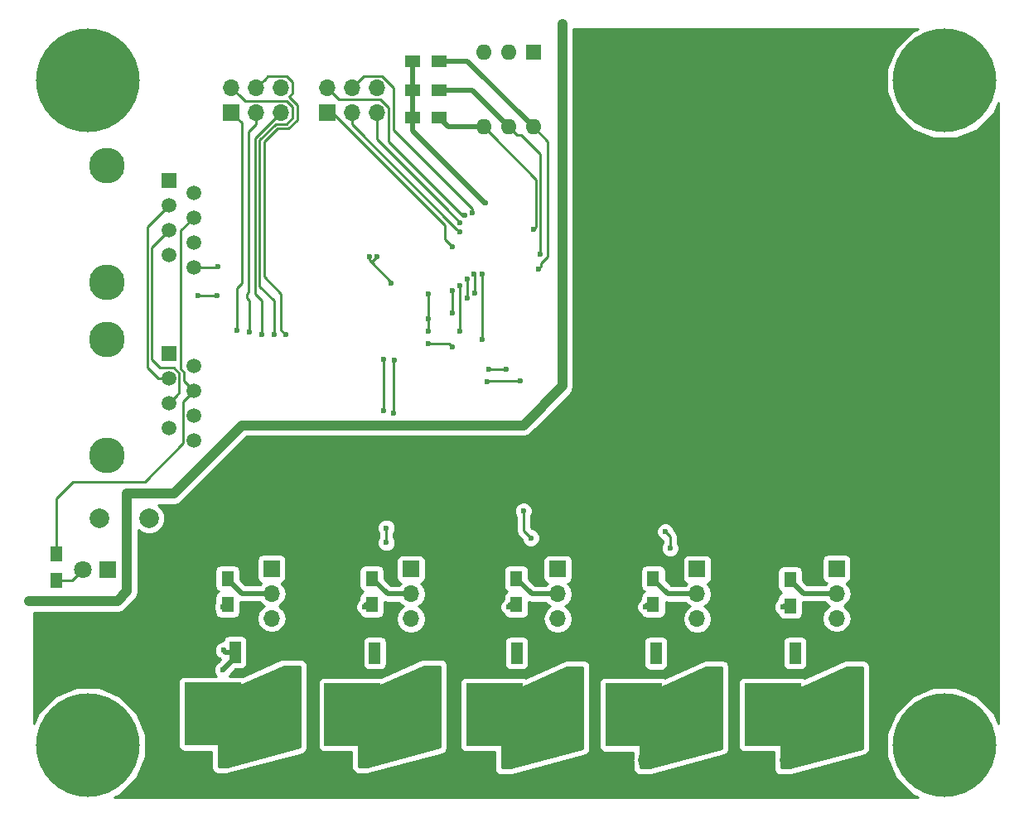
<source format=gtl>
G04 #@! TF.GenerationSoftware,KiCad,Pcbnew,(2017-11-24 revision a01d81e)-master*
G04 #@! TF.CreationDate,2017-12-03T16:31:32+01:00*
G04 #@! TF.ProjectId,PWRCTRLBRD,5057524354524C4252442E6B69636164,rev?*
G04 #@! TF.SameCoordinates,Original*
G04 #@! TF.FileFunction,Copper,L1,Top,Signal*
G04 #@! TF.FilePolarity,Positive*
%FSLAX46Y46*%
G04 Gerber Fmt 4.6, Leading zero omitted, Abs format (unit mm)*
G04 Created by KiCad (PCBNEW (2017-11-24 revision a01d81e)-master) date Sunday '03en' 03. December 2017 'kl'. 16.31.32*
%MOMM*%
%LPD*%
G01*
G04 APERTURE LIST*
%ADD10C,0.900000*%
%ADD11C,10.600000*%
%ADD12C,3.650000*%
%ADD13R,1.500000X1.500000*%
%ADD14C,1.500000*%
%ADD15C,2.000000*%
%ADD16R,1.200000X2.200000*%
%ADD17R,5.800000X6.400000*%
%ADD18R,2.750000X3.050000*%
%ADD19R,1.300000X1.500000*%
%ADD20R,1.500000X1.300000*%
%ADD21R,1.600000X1.600000*%
%ADD22O,1.600000X1.600000*%
%ADD23R,1.700000X1.700000*%
%ADD24O,1.700000X1.700000*%
%ADD25R,1.800000X1.800000*%
%ADD26C,1.800000*%
%ADD27R,1.000000X1.000000*%
%ADD28C,0.600000*%
%ADD29C,1.000000*%
%ADD30C,0.250000*%
%ADD31C,0.500000*%
%ADD32C,0.550000*%
%ADD33C,0.254000*%
G04 APERTURE END LIST*
D10*
X124834749Y-146881251D03*
X122024000Y-145717000D03*
X119213251Y-146881251D03*
X118049000Y-149692000D03*
X119213251Y-152502749D03*
X122024000Y-153667000D03*
X124834749Y-152502749D03*
X125999000Y-149692000D03*
D11*
X122024000Y-149692000D03*
X122024000Y-81692000D03*
D10*
X125999000Y-81692000D03*
X124834749Y-84502749D03*
X122024000Y-85667000D03*
X119213251Y-84502749D03*
X118049000Y-81692000D03*
X119213251Y-78881251D03*
X122024000Y-77717000D03*
X124834749Y-78881251D03*
X212434749Y-78881251D03*
X209624000Y-77717000D03*
X206813251Y-78881251D03*
X205649000Y-81692000D03*
X206813251Y-84502749D03*
X209624000Y-85667000D03*
X212434749Y-84502749D03*
X213599000Y-81692000D03*
D11*
X209624000Y-81692000D03*
D12*
X123974000Y-119992000D03*
X123974000Y-108122000D03*
D13*
X130324000Y-109612000D03*
D14*
X132864000Y-110882000D03*
X130324000Y-112152000D03*
X132864000Y-113422000D03*
X130324000Y-114692000D03*
X132864000Y-115962000D03*
X130324000Y-117232000D03*
X132864000Y-118502000D03*
D15*
X128324000Y-126442000D03*
X123244000Y-126442000D03*
X176824000Y-88272000D03*
X176824000Y-83192000D03*
X184324000Y-88272000D03*
X184324000Y-83192000D03*
X191824000Y-88272000D03*
X191824000Y-83192000D03*
X199324000Y-88272000D03*
X199324000Y-83192000D03*
X142074000Y-143442000D03*
X142074000Y-148522000D03*
D12*
X123974000Y-102282000D03*
X123974000Y-90412000D03*
D13*
X130324000Y-91902000D03*
D14*
X132864000Y-93172000D03*
X130324000Y-94442000D03*
X132864000Y-95712000D03*
X130324000Y-96982000D03*
X132864000Y-98252000D03*
X130324000Y-99522000D03*
X132864000Y-100792000D03*
D15*
X156824000Y-143362000D03*
X156824000Y-148442000D03*
X171324000Y-143362000D03*
X171324000Y-148442000D03*
X185574000Y-143362000D03*
X185574000Y-148442000D03*
X199824000Y-143362000D03*
X199824000Y-148442000D03*
D16*
X137104000Y-140142000D03*
X132544000Y-140142000D03*
D17*
X134824000Y-146442000D03*
D18*
X133299000Y-148117000D03*
X136349000Y-144767000D03*
X136349000Y-148117000D03*
X133299000Y-144767000D03*
D16*
X151379000Y-140217000D03*
X146819000Y-140217000D03*
D17*
X149099000Y-146517000D03*
D18*
X147574000Y-148192000D03*
X150624000Y-144842000D03*
X150624000Y-148192000D03*
X147574000Y-144842000D03*
D16*
X165879000Y-140217000D03*
X161319000Y-140217000D03*
D17*
X163599000Y-146517000D03*
D18*
X162074000Y-148192000D03*
X165124000Y-144842000D03*
X165124000Y-148192000D03*
X162074000Y-144842000D03*
D16*
X180104000Y-140242000D03*
X175544000Y-140242000D03*
D17*
X177824000Y-146542000D03*
D18*
X176299000Y-148217000D03*
X179349000Y-144867000D03*
X179349000Y-148217000D03*
X176299000Y-144867000D03*
D16*
X194329000Y-140217000D03*
X189769000Y-140217000D03*
D17*
X192049000Y-146517000D03*
D18*
X190524000Y-148192000D03*
X193574000Y-144842000D03*
X193574000Y-148192000D03*
X190524000Y-144842000D03*
D19*
X118824000Y-132792000D03*
X118824000Y-130092000D03*
D20*
X155224000Y-79692000D03*
X157924000Y-79692000D03*
X155224000Y-82692000D03*
X157924000Y-82692000D03*
X155224000Y-85442000D03*
X157924000Y-85442000D03*
D21*
X167614000Y-78822000D03*
D22*
X162534000Y-86442000D03*
X165074000Y-78822000D03*
X165074000Y-86442000D03*
X162534000Y-78822000D03*
X167614000Y-86442000D03*
D23*
X136744000Y-84942000D03*
D24*
X136744000Y-82402000D03*
X139284000Y-84942000D03*
X139284000Y-82402000D03*
X141824000Y-84942000D03*
X141824000Y-82402000D03*
D23*
X146494000Y-84942000D03*
D24*
X146494000Y-82402000D03*
X149034000Y-84942000D03*
X149034000Y-82402000D03*
X151574000Y-84942000D03*
X151574000Y-82402000D03*
D23*
X140824000Y-131612000D03*
D24*
X140824000Y-134152000D03*
X140824000Y-136692000D03*
D23*
X155074000Y-131652000D03*
D24*
X155074000Y-134192000D03*
X155074000Y-136732000D03*
D23*
X170074000Y-131652000D03*
D24*
X170074000Y-134192000D03*
X170074000Y-136732000D03*
D23*
X184324000Y-131652000D03*
D24*
X184324000Y-134192000D03*
X184324000Y-136732000D03*
D23*
X198574000Y-131612000D03*
D24*
X198574000Y-134152000D03*
X198574000Y-136692000D03*
D19*
X136324000Y-135292000D03*
X136324000Y-132592000D03*
X151074000Y-135292000D03*
X151074000Y-132592000D03*
X165824000Y-135292000D03*
X165824000Y-132592000D03*
X179824000Y-135292000D03*
X179824000Y-132592000D03*
X193824000Y-135392000D03*
X193824000Y-132692000D03*
D25*
X124114000Y-131692000D03*
D26*
X121574000Y-131692000D03*
D27*
X133374000Y-151192000D03*
X135874000Y-151192000D03*
X147874000Y-151192000D03*
X150374000Y-151192000D03*
X162324000Y-151192000D03*
X164824000Y-151192000D03*
X176374000Y-151192000D03*
X178874000Y-151192000D03*
X190824000Y-151192000D03*
X193324000Y-151192000D03*
D11*
X209624000Y-149692000D03*
D10*
X213599000Y-149692000D03*
X212434749Y-152502749D03*
X209624000Y-153667000D03*
X206813251Y-152502749D03*
X205649000Y-149692000D03*
X206813251Y-146881251D03*
X209624000Y-145717000D03*
X212434749Y-146881251D03*
D28*
X156874000Y-103517000D03*
X156874000Y-106057000D03*
X156874000Y-107327000D03*
X156874000Y-108597000D03*
X159324000Y-108942000D03*
X162824000Y-112442000D03*
X166274000Y-112407000D03*
X151574000Y-99692000D03*
X150824000Y-99692000D03*
X153074000Y-102442000D03*
X135324000Y-100692000D03*
X161319000Y-140217000D03*
X189769000Y-140217000D03*
X175544000Y-140242000D03*
X146819000Y-140217000D03*
X132544000Y-140142000D03*
X162724000Y-94192000D03*
X135824000Y-141942000D03*
X135924000Y-139942000D03*
X151379000Y-140217000D03*
X165879000Y-140217000D03*
X180104000Y-140242000D03*
X194329000Y-140217000D03*
X159324000Y-98692000D03*
X152324008Y-110192000D03*
X152324000Y-115442000D03*
X159324000Y-105442000D03*
X159324000Y-103192000D03*
X153370042Y-110271599D03*
X153324000Y-115692000D03*
X160049000Y-107327000D03*
X160074000Y-102692000D03*
X160074000Y-97192000D03*
X152574000Y-128942000D03*
X152574000Y-127442000D03*
X160824000Y-101942000D03*
X160074000Y-96192000D03*
X166574000Y-125692024D03*
X167324010Y-128442000D03*
X160824000Y-103942000D03*
X161523994Y-101445147D03*
X160565042Y-95444986D03*
X161574000Y-103442000D03*
X181563741Y-129517029D03*
X181075104Y-127817010D03*
X163074000Y-111192000D03*
X164824000Y-111192000D03*
X162324000Y-108192000D03*
X162324000Y-101442000D03*
X161324000Y-95192000D03*
X133324004Y-103692000D03*
X135274022Y-103692000D03*
X168074000Y-100942000D03*
X168324000Y-99442000D03*
X167574000Y-96942000D03*
X135824000Y-135492000D03*
X150324000Y-135492000D03*
X165074000Y-135492000D03*
X179074000Y-135492000D03*
X193074000Y-135492000D03*
X137324000Y-107192000D03*
X141074000Y-107692000D03*
X138574000Y-107442000D03*
X142324000Y-107692000D03*
X139824000Y-107692000D03*
D29*
X170574000Y-75942000D02*
X170574000Y-112942000D01*
X170574000Y-112942000D02*
X166574000Y-116942000D01*
X166574000Y-116942000D02*
X137824000Y-116942000D01*
X137824000Y-116942000D02*
X130824000Y-123942000D01*
X130824000Y-123942000D02*
X126078001Y-123942000D01*
X126078001Y-123942000D02*
X126078001Y-133937999D01*
X126078001Y-133937999D02*
X125074000Y-134942000D01*
X125074000Y-134942000D02*
X116074000Y-134942000D01*
D30*
X156874000Y-103517000D02*
X156874000Y-104067000D01*
X156874000Y-104067000D02*
X156874000Y-106057000D01*
X156874000Y-107327000D02*
X156874000Y-106057000D01*
X159324000Y-108942000D02*
X158979000Y-108597000D01*
X158979000Y-108597000D02*
X156874000Y-108597000D01*
X166274000Y-112407000D02*
X162859000Y-112407000D01*
X162859000Y-112407000D02*
X162824000Y-112442000D01*
X151074000Y-100317000D02*
X150824000Y-100067000D01*
X153074000Y-102317000D02*
X151074000Y-100317000D01*
X151074000Y-100317000D02*
X151074000Y-100192000D01*
X151074000Y-100192000D02*
X151574000Y-99692000D01*
X153074000Y-102442000D02*
X153074000Y-102317000D01*
X150824000Y-100067000D02*
X150824000Y-99692000D01*
X132864000Y-100792000D02*
X135224000Y-100792000D01*
X135224000Y-100792000D02*
X135324000Y-100692000D01*
D31*
X155224000Y-79692000D02*
X155224000Y-82692000D01*
X155224000Y-82692000D02*
X155224000Y-85442000D01*
X162724000Y-94192000D02*
X162624000Y-94192000D01*
X162624000Y-94192000D02*
X155224000Y-86792000D01*
X155224000Y-86792000D02*
X155224000Y-86592000D01*
X155224000Y-86592000D02*
X155224000Y-85442000D01*
D30*
X137104000Y-140142000D02*
X137104000Y-140662000D01*
D31*
X137104000Y-140662000D02*
X135824000Y-141942000D01*
X137104000Y-140142000D02*
X136124000Y-140142000D01*
D32*
X136124000Y-140142000D02*
X135924000Y-139942000D01*
D30*
X118824000Y-132792000D02*
X120474000Y-132792000D01*
X120474000Y-132792000D02*
X121574000Y-131692000D01*
X158589543Y-97957543D02*
X158589543Y-96457543D01*
X158589543Y-96457543D02*
X147074000Y-84942000D01*
X159324000Y-98692000D02*
X158589543Y-97957543D01*
X147074000Y-84942000D02*
X146494000Y-84942000D01*
X152324000Y-110192008D02*
X152324008Y-110192000D01*
X152324000Y-115442000D02*
X152324000Y-110192008D01*
X159324000Y-103192000D02*
X159324000Y-105442000D01*
X149034000Y-84942000D02*
X149034000Y-86152000D01*
X159774001Y-96892001D02*
X160074000Y-97192000D01*
X149034000Y-86152000D02*
X159774001Y-96892001D01*
X153324000Y-110317641D02*
X153370042Y-110271599D01*
X153324000Y-115692000D02*
X153324000Y-110317641D01*
X160049000Y-102717000D02*
X160074000Y-102692000D01*
X160049000Y-107327000D02*
X160049000Y-102717000D01*
X152574000Y-127442000D02*
X152574000Y-128942000D01*
X158624013Y-94742013D02*
X151574000Y-87692000D01*
X158624013Y-94742013D02*
X158574000Y-94742013D01*
X160074000Y-96192000D02*
X158624013Y-94742013D01*
X151574000Y-87692000D02*
X151574000Y-86144081D01*
X151574000Y-86144081D02*
X151574000Y-84942000D01*
X166574000Y-126116288D02*
X166574000Y-125692024D01*
X167324010Y-128442000D02*
X166574000Y-127691990D01*
X166574000Y-127691990D02*
X166574000Y-126116288D01*
X167324000Y-128442000D02*
X167324010Y-128442000D01*
X160824000Y-101942000D02*
X160824000Y-103942000D01*
X160565042Y-95444986D02*
X160326986Y-95444986D01*
X160326986Y-95444986D02*
X152824000Y-87942000D01*
X152824000Y-87942000D02*
X152824000Y-84452998D01*
X147669001Y-83577001D02*
X147343999Y-83251999D01*
X152824000Y-84452998D02*
X152138001Y-83766999D01*
X152138001Y-83756001D02*
X151959001Y-83577001D01*
X152138001Y-83766999D02*
X152138001Y-83756001D01*
X151959001Y-83577001D02*
X147669001Y-83577001D01*
X147343999Y-83251999D02*
X146494000Y-82402000D01*
X161574000Y-101495153D02*
X161523994Y-101445147D01*
X161574000Y-103442000D02*
X161574000Y-101495153D01*
X181563741Y-129092765D02*
X181563741Y-129517029D01*
X181075104Y-127817010D02*
X181563741Y-128305647D01*
X181563741Y-128305647D02*
X181563741Y-129092765D01*
X149034000Y-82402000D02*
X150209001Y-81226999D01*
X150209001Y-81226999D02*
X152138001Y-81226999D01*
X153324000Y-82412998D02*
X153324000Y-86767736D01*
X152138001Y-81226999D02*
X153324000Y-82412998D01*
X153324000Y-86767736D02*
X161324000Y-94767736D01*
X161324000Y-94767736D02*
X161324000Y-95192000D01*
X164824000Y-111192000D02*
X163074000Y-111192000D01*
X162324000Y-101442000D02*
X162324000Y-108192000D01*
X135274022Y-103692000D02*
X133324004Y-103692000D01*
X132864000Y-113422000D02*
X131788999Y-114497001D01*
X131788999Y-114497001D02*
X131788999Y-118777001D01*
X131788999Y-118777001D02*
X127874000Y-122692000D01*
X127874000Y-122692000D02*
X120574000Y-122692000D01*
X120574000Y-122692000D02*
X118824000Y-124442000D01*
X118824000Y-124442000D02*
X118824000Y-130092000D01*
X132864000Y-95712000D02*
X131574000Y-97002000D01*
X131574000Y-97002000D02*
X131574000Y-111174587D01*
X131574000Y-111174587D02*
X131849012Y-111449599D01*
X131849012Y-111449599D02*
X131849012Y-112407012D01*
X131849012Y-112407012D02*
X132114001Y-112672001D01*
X132114001Y-112672001D02*
X132864000Y-113422000D01*
X128574000Y-110192000D02*
X129458999Y-111076999D01*
X130840001Y-111076999D02*
X131399001Y-111635999D01*
X130324000Y-96982000D02*
X128574000Y-98732000D01*
X129458999Y-111076999D02*
X130840001Y-111076999D01*
X128574000Y-98732000D02*
X128574000Y-110192000D01*
X131399001Y-111635999D02*
X131399001Y-113616999D01*
X131399001Y-113616999D02*
X131073999Y-113942001D01*
X131073999Y-113942001D02*
X130324000Y-114692000D01*
X169074000Y-99692000D02*
X169074000Y-87902000D01*
X169074000Y-87902000D02*
X167614000Y-86442000D01*
X168373999Y-100392001D02*
X169074000Y-99692000D01*
X168074000Y-100942000D02*
X168373999Y-100642001D01*
X168373999Y-100642001D02*
X168373999Y-100392001D01*
D31*
X157924000Y-79692000D02*
X160864000Y-79692000D01*
X160864000Y-79692000D02*
X167614000Y-86442000D01*
D30*
X166373999Y-87241999D02*
X168324000Y-89192000D01*
X168324000Y-89192000D02*
X168324000Y-99442000D01*
X165074000Y-86442000D02*
X165873999Y-87241999D01*
X165873999Y-87241999D02*
X166373999Y-87241999D01*
D31*
X165074000Y-86442000D02*
X161324000Y-82692000D01*
X161324000Y-82692000D02*
X157924000Y-82692000D01*
D30*
X167574000Y-96942000D02*
X167873999Y-96642001D01*
X167873999Y-96642001D02*
X167873999Y-91781999D01*
X167873999Y-91781999D02*
X163333999Y-87241999D01*
X163333999Y-87241999D02*
X162534000Y-86442000D01*
D31*
X162534000Y-86442000D02*
X158924000Y-86442000D01*
X158924000Y-86442000D02*
X157924000Y-85442000D01*
D30*
X129263340Y-112152000D02*
X130324000Y-112152000D01*
X128123989Y-111012649D02*
X129263340Y-112152000D01*
X128123989Y-96642011D02*
X128123989Y-111012649D01*
X130324000Y-94442000D02*
X128123989Y-96642011D01*
D31*
X136324000Y-135292000D02*
X136024000Y-135292000D01*
X136024000Y-135292000D02*
X135824000Y-135492000D01*
X151074000Y-135292000D02*
X150524000Y-135292000D01*
X150524000Y-135292000D02*
X150324000Y-135492000D01*
X165824000Y-135292000D02*
X165274000Y-135292000D01*
X165274000Y-135292000D02*
X165074000Y-135492000D01*
X179824000Y-135292000D02*
X179274000Y-135292000D01*
X179274000Y-135292000D02*
X179074000Y-135492000D01*
X193824000Y-135392000D02*
X193174000Y-135392000D01*
X193174000Y-135392000D02*
X193074000Y-135492000D01*
D30*
X137324000Y-107192000D02*
X137324000Y-102942000D01*
X137324000Y-102942000D02*
X137824000Y-102442000D01*
X137824000Y-102442000D02*
X137824000Y-86022000D01*
X137824000Y-86022000D02*
X136744000Y-84942000D01*
X137593999Y-83251999D02*
X136744000Y-82402000D01*
X142388001Y-83766999D02*
X138108999Y-83766999D01*
X142999001Y-85506001D02*
X142999001Y-84377999D01*
X142388001Y-86117001D02*
X142999001Y-85506001D01*
X139623989Y-102741989D02*
X139623989Y-87778421D01*
X141285409Y-86117001D02*
X142388001Y-86117001D01*
X138108999Y-83766999D02*
X137593999Y-83251999D01*
X139623989Y-87778421D02*
X141285409Y-86117001D01*
X141074000Y-104192000D02*
X139623989Y-102741989D01*
X141074000Y-107692000D02*
X141074000Y-104192000D01*
X142999001Y-84377999D02*
X142388001Y-83766999D01*
X139284000Y-84942000D02*
X139284000Y-86144081D01*
X139284000Y-86144081D02*
X138524011Y-86904070D01*
X138524011Y-86904070D02*
X138524011Y-103317725D01*
X138324000Y-103517736D02*
X138324000Y-103942000D01*
X138524011Y-103317725D02*
X138324000Y-103517736D01*
X138574000Y-107442000D02*
X138574000Y-104192000D01*
X138574000Y-104192000D02*
X138324000Y-103942000D01*
X143449012Y-85692401D02*
X143449012Y-84191599D01*
X142324000Y-107692000D02*
X141824000Y-107192000D01*
X142611208Y-83353794D02*
X142999001Y-82966001D01*
X141824000Y-103517736D02*
X140074000Y-101767736D01*
X141471808Y-86567012D02*
X142574401Y-86567012D01*
X140074000Y-87964820D02*
X141471808Y-86567012D01*
X140074000Y-101767736D02*
X140074000Y-87964820D01*
X142574401Y-86567012D02*
X143449012Y-85692401D01*
X142999001Y-81837999D02*
X142388001Y-81226999D01*
X141824000Y-107192000D02*
X141824000Y-103517736D01*
X143449012Y-84191599D02*
X142611208Y-83353794D01*
X140133999Y-81552001D02*
X139284000Y-82402000D01*
X142999001Y-82966001D02*
X142999001Y-81837999D01*
X142388001Y-81226999D02*
X140459001Y-81226999D01*
X140459001Y-81226999D02*
X140133999Y-81552001D01*
X139824000Y-107692000D02*
X139824000Y-104192000D01*
X139824000Y-104192000D02*
X139173978Y-103541978D01*
X139173978Y-103541978D02*
X139173978Y-87592022D01*
X139173978Y-87592022D02*
X141824000Y-84942000D01*
D31*
X140824000Y-134152000D02*
X137784000Y-134152000D01*
X137784000Y-134152000D02*
X136324000Y-132692000D01*
X136324000Y-132692000D02*
X136324000Y-132592000D01*
X155074000Y-134192000D02*
X152674000Y-134192000D01*
X152674000Y-134192000D02*
X151074000Y-132592000D01*
X170074000Y-134192000D02*
X167424000Y-134192000D01*
X167424000Y-134192000D02*
X165824000Y-132592000D01*
X184324000Y-134192000D02*
X181324000Y-134192000D01*
X181324000Y-134192000D02*
X179824000Y-132692000D01*
X179824000Y-132692000D02*
X179824000Y-132592000D01*
X198574000Y-134152000D02*
X195184000Y-134152000D01*
X195184000Y-134152000D02*
X193824000Y-132792000D01*
X193824000Y-132792000D02*
X193824000Y-132692000D01*
D29*
X135824000Y-151192000D02*
X135824000Y-148642000D01*
X135824000Y-148642000D02*
X136349000Y-148117000D01*
X165124000Y-150842000D02*
X164774000Y-151192000D01*
X165124000Y-148192000D02*
X165124000Y-150842000D01*
X179349000Y-150667000D02*
X178824000Y-151192000D01*
X179349000Y-148217000D02*
X179349000Y-150667000D01*
X193574000Y-150892000D02*
X193274000Y-151192000D01*
X193574000Y-148192000D02*
X193574000Y-150892000D01*
D33*
G36*
X206266484Y-76657618D02*
X204595485Y-78325703D01*
X203690032Y-80506276D01*
X203687972Y-82867365D01*
X204589618Y-85049516D01*
X206257703Y-86720515D01*
X208438276Y-87625968D01*
X210799365Y-87628028D01*
X212981516Y-86726382D01*
X214652515Y-85058297D01*
X215114000Y-83946918D01*
X215114000Y-147437164D01*
X214658382Y-146334484D01*
X212990297Y-144663485D01*
X210809724Y-143758032D01*
X208448635Y-143755972D01*
X206266484Y-144657618D01*
X204595485Y-146325703D01*
X203690032Y-148506276D01*
X203687972Y-150867365D01*
X204589618Y-153049516D01*
X206257703Y-154720515D01*
X206887429Y-154982000D01*
X124762873Y-154982000D01*
X125381516Y-154726382D01*
X127052515Y-153058297D01*
X127957968Y-150877724D01*
X127960028Y-148516635D01*
X127058382Y-146334484D01*
X125390297Y-144663485D01*
X123209724Y-143758032D01*
X120848635Y-143755972D01*
X118666484Y-144657618D01*
X116995485Y-146325703D01*
X116534000Y-147437082D01*
X116534000Y-143242000D01*
X131276560Y-143242000D01*
X131276560Y-149642000D01*
X131325843Y-149889765D01*
X131466191Y-150099809D01*
X131676235Y-150240157D01*
X131924000Y-150289440D01*
X134689000Y-150289440D01*
X134689000Y-151942000D01*
X134737336Y-152185004D01*
X134874987Y-152391013D01*
X135080996Y-152528664D01*
X135324000Y-152577000D01*
X136324000Y-152577000D01*
X136487616Y-152555559D01*
X143987616Y-150555559D01*
X144273013Y-150391013D01*
X144410664Y-150185004D01*
X144459000Y-149942000D01*
X144459000Y-143317000D01*
X145551560Y-143317000D01*
X145551560Y-149717000D01*
X145600843Y-149964765D01*
X145741191Y-150174809D01*
X145951235Y-150315157D01*
X146199000Y-150364440D01*
X149010802Y-150364440D01*
X149010802Y-151942000D01*
X149059138Y-152185004D01*
X149196789Y-152391013D01*
X149402798Y-152528664D01*
X149645802Y-152577000D01*
X150645802Y-152577000D01*
X150809418Y-152555559D01*
X158309418Y-150555559D01*
X158594815Y-150391013D01*
X158732466Y-150185004D01*
X158780802Y-149942000D01*
X158780802Y-143317000D01*
X160051560Y-143317000D01*
X160051560Y-149717000D01*
X160100843Y-149964765D01*
X160241191Y-150174809D01*
X160451235Y-150315157D01*
X160699000Y-150364440D01*
X163608841Y-150364440D01*
X163608841Y-152080043D01*
X163657177Y-152323047D01*
X163794828Y-152529056D01*
X164000837Y-152666707D01*
X164243841Y-152715043D01*
X165243841Y-152715043D01*
X165407457Y-152693602D01*
X172907457Y-150693602D01*
X173192854Y-150529056D01*
X173330505Y-150323047D01*
X173378841Y-150080043D01*
X173378841Y-143342000D01*
X174276560Y-143342000D01*
X174276560Y-149742000D01*
X174325843Y-149989765D01*
X174466191Y-150199809D01*
X174676235Y-150340157D01*
X174924000Y-150389440D01*
X177800670Y-150389440D01*
X177800670Y-150407079D01*
X177775843Y-150444235D01*
X177726560Y-150692000D01*
X177726560Y-151003174D01*
X177689000Y-151192000D01*
X177726560Y-151380826D01*
X177726560Y-151692000D01*
X177775843Y-151939765D01*
X177800670Y-151976921D01*
X177800670Y-152080043D01*
X177849006Y-152323047D01*
X177986657Y-152529056D01*
X178192666Y-152666707D01*
X178435670Y-152715043D01*
X179435670Y-152715043D01*
X179599286Y-152693602D01*
X187099286Y-150693602D01*
X187384683Y-150529056D01*
X187522334Y-150323047D01*
X187570670Y-150080043D01*
X187570670Y-143317000D01*
X188501560Y-143317000D01*
X188501560Y-149717000D01*
X188550843Y-149964765D01*
X188691191Y-150174809D01*
X188901235Y-150315157D01*
X189149000Y-150364440D01*
X192178707Y-150364440D01*
X192178707Y-150681206D01*
X192176560Y-150692000D01*
X192176560Y-151003174D01*
X192139000Y-151192000D01*
X192176560Y-151380826D01*
X192176560Y-151692000D01*
X192178707Y-151702794D01*
X192178707Y-152078079D01*
X192227043Y-152321083D01*
X192364694Y-152527092D01*
X192570703Y-152664743D01*
X192813707Y-152713079D01*
X193813707Y-152713079D01*
X193977323Y-152691638D01*
X201477323Y-150691638D01*
X201762720Y-150527092D01*
X201900371Y-150321083D01*
X201948707Y-150078079D01*
X201948707Y-141578079D01*
X201900371Y-141335075D01*
X201762720Y-141129066D01*
X201556711Y-140991415D01*
X201313707Y-140943079D01*
X199563707Y-140943079D01*
X199305809Y-140997809D01*
X195291323Y-142782025D01*
X195196765Y-142718843D01*
X194949000Y-142669560D01*
X189149000Y-142669560D01*
X188901235Y-142718843D01*
X188691191Y-142859191D01*
X188550843Y-143069235D01*
X188501560Y-143317000D01*
X187570670Y-143317000D01*
X187570670Y-141580043D01*
X187522334Y-141337039D01*
X187384683Y-141131030D01*
X187178674Y-140993379D01*
X186935670Y-140945043D01*
X185185670Y-140945043D01*
X184927772Y-140999773D01*
X180984488Y-142752344D01*
X180971765Y-142743843D01*
X180724000Y-142694560D01*
X174924000Y-142694560D01*
X174676235Y-142743843D01*
X174466191Y-142884191D01*
X174325843Y-143094235D01*
X174276560Y-143342000D01*
X173378841Y-143342000D01*
X173378841Y-141580043D01*
X173330505Y-141337039D01*
X173192854Y-141131030D01*
X172986845Y-140993379D01*
X172743841Y-140945043D01*
X170993841Y-140945043D01*
X170735943Y-140999773D01*
X166795207Y-142751211D01*
X166746765Y-142718843D01*
X166499000Y-142669560D01*
X160699000Y-142669560D01*
X160451235Y-142718843D01*
X160241191Y-142859191D01*
X160100843Y-143069235D01*
X160051560Y-143317000D01*
X158780802Y-143317000D01*
X158780802Y-141442000D01*
X158732466Y-141198996D01*
X158594815Y-140992987D01*
X158388806Y-140855336D01*
X158145802Y-140807000D01*
X156395802Y-140807000D01*
X156137904Y-140861730D01*
X152048247Y-142679356D01*
X151999000Y-142669560D01*
X146199000Y-142669560D01*
X145951235Y-142718843D01*
X145741191Y-142859191D01*
X145600843Y-143069235D01*
X145551560Y-143317000D01*
X144459000Y-143317000D01*
X144459000Y-141442000D01*
X144410664Y-141198996D01*
X144273013Y-140992987D01*
X144067004Y-140855336D01*
X143824000Y-140807000D01*
X142074000Y-140807000D01*
X141816102Y-140861730D01*
X137857491Y-142621113D01*
X137724000Y-142594560D01*
X136493746Y-142594560D01*
X136616192Y-142472327D01*
X136666566Y-142351014D01*
X137128139Y-141889440D01*
X137704000Y-141889440D01*
X137951765Y-141840157D01*
X138161809Y-141699809D01*
X138302157Y-141489765D01*
X138351440Y-141242000D01*
X138351440Y-139117000D01*
X150131560Y-139117000D01*
X150131560Y-141317000D01*
X150180843Y-141564765D01*
X150321191Y-141774809D01*
X150531235Y-141915157D01*
X150779000Y-141964440D01*
X151979000Y-141964440D01*
X152226765Y-141915157D01*
X152436809Y-141774809D01*
X152577157Y-141564765D01*
X152626440Y-141317000D01*
X152626440Y-139117000D01*
X164631560Y-139117000D01*
X164631560Y-141317000D01*
X164680843Y-141564765D01*
X164821191Y-141774809D01*
X165031235Y-141915157D01*
X165279000Y-141964440D01*
X166479000Y-141964440D01*
X166726765Y-141915157D01*
X166936809Y-141774809D01*
X167077157Y-141564765D01*
X167126440Y-141317000D01*
X167126440Y-139142000D01*
X178856560Y-139142000D01*
X178856560Y-141342000D01*
X178905843Y-141589765D01*
X179046191Y-141799809D01*
X179256235Y-141940157D01*
X179504000Y-141989440D01*
X180704000Y-141989440D01*
X180951765Y-141940157D01*
X181161809Y-141799809D01*
X181302157Y-141589765D01*
X181351440Y-141342000D01*
X181351440Y-139142000D01*
X181346468Y-139117000D01*
X193081560Y-139117000D01*
X193081560Y-141317000D01*
X193130843Y-141564765D01*
X193271191Y-141774809D01*
X193481235Y-141915157D01*
X193729000Y-141964440D01*
X194929000Y-141964440D01*
X195176765Y-141915157D01*
X195386809Y-141774809D01*
X195527157Y-141564765D01*
X195576440Y-141317000D01*
X195576440Y-139117000D01*
X195527157Y-138869235D01*
X195386809Y-138659191D01*
X195176765Y-138518843D01*
X194929000Y-138469560D01*
X193729000Y-138469560D01*
X193481235Y-138518843D01*
X193271191Y-138659191D01*
X193130843Y-138869235D01*
X193081560Y-139117000D01*
X181346468Y-139117000D01*
X181302157Y-138894235D01*
X181161809Y-138684191D01*
X180951765Y-138543843D01*
X180704000Y-138494560D01*
X179504000Y-138494560D01*
X179256235Y-138543843D01*
X179046191Y-138684191D01*
X178905843Y-138894235D01*
X178856560Y-139142000D01*
X167126440Y-139142000D01*
X167126440Y-139117000D01*
X167077157Y-138869235D01*
X166936809Y-138659191D01*
X166726765Y-138518843D01*
X166479000Y-138469560D01*
X165279000Y-138469560D01*
X165031235Y-138518843D01*
X164821191Y-138659191D01*
X164680843Y-138869235D01*
X164631560Y-139117000D01*
X152626440Y-139117000D01*
X152577157Y-138869235D01*
X152436809Y-138659191D01*
X152226765Y-138518843D01*
X151979000Y-138469560D01*
X150779000Y-138469560D01*
X150531235Y-138518843D01*
X150321191Y-138659191D01*
X150180843Y-138869235D01*
X150131560Y-139117000D01*
X138351440Y-139117000D01*
X138351440Y-139042000D01*
X138302157Y-138794235D01*
X138161809Y-138584191D01*
X137951765Y-138443843D01*
X137704000Y-138394560D01*
X136504000Y-138394560D01*
X136256235Y-138443843D01*
X136046191Y-138584191D01*
X135905843Y-138794235D01*
X135863532Y-139006947D01*
X135738833Y-139006838D01*
X135395057Y-139148883D01*
X135131808Y-139411673D01*
X134989162Y-139755201D01*
X134988838Y-140127167D01*
X135130883Y-140470943D01*
X135393673Y-140734192D01*
X135454527Y-140759461D01*
X135480533Y-140785467D01*
X135629450Y-140884970D01*
X135415164Y-141099256D01*
X135295057Y-141148883D01*
X135031808Y-141411673D01*
X134889162Y-141755201D01*
X134888838Y-142127167D01*
X135030883Y-142470943D01*
X135154284Y-142594560D01*
X131924000Y-142594560D01*
X131676235Y-142643843D01*
X131466191Y-142784191D01*
X131325843Y-142994235D01*
X131276560Y-143242000D01*
X116534000Y-143242000D01*
X116534000Y-136077000D01*
X125074000Y-136077000D01*
X125508346Y-135990603D01*
X125876566Y-135744566D01*
X125943965Y-135677167D01*
X134888838Y-135677167D01*
X135026560Y-136010481D01*
X135026560Y-136042000D01*
X135075843Y-136289765D01*
X135216191Y-136499809D01*
X135426235Y-136640157D01*
X135674000Y-136689440D01*
X136974000Y-136689440D01*
X137221765Y-136640157D01*
X137431809Y-136499809D01*
X137572157Y-136289765D01*
X137621440Y-136042000D01*
X137621440Y-135004665D01*
X137784000Y-135037001D01*
X137784005Y-135037000D01*
X139634568Y-135037000D01*
X139744853Y-135202054D01*
X140074026Y-135422000D01*
X139744853Y-135641946D01*
X139422946Y-136123715D01*
X139309907Y-136692000D01*
X139422946Y-137260285D01*
X139744853Y-137742054D01*
X140226622Y-138063961D01*
X140794907Y-138177000D01*
X140853093Y-138177000D01*
X141421378Y-138063961D01*
X141903147Y-137742054D01*
X142225054Y-137260285D01*
X142338093Y-136692000D01*
X142225054Y-136123715D01*
X141926681Y-135677167D01*
X149388838Y-135677167D01*
X149530883Y-136020943D01*
X149793673Y-136284192D01*
X149833042Y-136300540D01*
X149966191Y-136499809D01*
X150176235Y-136640157D01*
X150424000Y-136689440D01*
X151724000Y-136689440D01*
X151971765Y-136640157D01*
X152181809Y-136499809D01*
X152322157Y-136289765D01*
X152371440Y-136042000D01*
X152371440Y-135016817D01*
X152391516Y-135020810D01*
X152674000Y-135077001D01*
X152674005Y-135077000D01*
X153884568Y-135077000D01*
X153994853Y-135242054D01*
X154324026Y-135462000D01*
X153994853Y-135681946D01*
X153672946Y-136163715D01*
X153559907Y-136732000D01*
X153672946Y-137300285D01*
X153994853Y-137782054D01*
X154476622Y-138103961D01*
X155044907Y-138217000D01*
X155103093Y-138217000D01*
X155671378Y-138103961D01*
X156153147Y-137782054D01*
X156475054Y-137300285D01*
X156588093Y-136732000D01*
X156475054Y-136163715D01*
X156153147Y-135681946D01*
X156145995Y-135677167D01*
X164138838Y-135677167D01*
X164280883Y-136020943D01*
X164543673Y-136284192D01*
X164583042Y-136300540D01*
X164716191Y-136499809D01*
X164926235Y-136640157D01*
X165174000Y-136689440D01*
X166474000Y-136689440D01*
X166721765Y-136640157D01*
X166931809Y-136499809D01*
X167072157Y-136289765D01*
X167121440Y-136042000D01*
X167121440Y-135016817D01*
X167141516Y-135020810D01*
X167424000Y-135077001D01*
X167424005Y-135077000D01*
X168884568Y-135077000D01*
X168994853Y-135242054D01*
X169324026Y-135462000D01*
X168994853Y-135681946D01*
X168672946Y-136163715D01*
X168559907Y-136732000D01*
X168672946Y-137300285D01*
X168994853Y-137782054D01*
X169476622Y-138103961D01*
X170044907Y-138217000D01*
X170103093Y-138217000D01*
X170671378Y-138103961D01*
X171153147Y-137782054D01*
X171475054Y-137300285D01*
X171588093Y-136732000D01*
X171475054Y-136163715D01*
X171153147Y-135681946D01*
X171145995Y-135677167D01*
X178138838Y-135677167D01*
X178280883Y-136020943D01*
X178543673Y-136284192D01*
X178583042Y-136300540D01*
X178716191Y-136499809D01*
X178926235Y-136640157D01*
X179174000Y-136689440D01*
X180474000Y-136689440D01*
X180721765Y-136640157D01*
X180931809Y-136499809D01*
X181072157Y-136289765D01*
X181121440Y-136042000D01*
X181121440Y-135036708D01*
X181324000Y-135077000D01*
X183134568Y-135077000D01*
X183244853Y-135242054D01*
X183574026Y-135462000D01*
X183244853Y-135681946D01*
X182922946Y-136163715D01*
X182809907Y-136732000D01*
X182922946Y-137300285D01*
X183244853Y-137782054D01*
X183726622Y-138103961D01*
X184294907Y-138217000D01*
X184353093Y-138217000D01*
X184921378Y-138103961D01*
X185403147Y-137782054D01*
X185725054Y-137300285D01*
X185838093Y-136732000D01*
X185725054Y-136163715D01*
X185403147Y-135681946D01*
X185395995Y-135677167D01*
X192138838Y-135677167D01*
X192280883Y-136020943D01*
X192543673Y-136284192D01*
X192555849Y-136289248D01*
X192575843Y-136389765D01*
X192716191Y-136599809D01*
X192926235Y-136740157D01*
X193174000Y-136789440D01*
X194474000Y-136789440D01*
X194721765Y-136740157D01*
X194931809Y-136599809D01*
X195072157Y-136389765D01*
X195121440Y-136142000D01*
X195121440Y-135024556D01*
X195184000Y-135037000D01*
X197384568Y-135037000D01*
X197494853Y-135202054D01*
X197824026Y-135422000D01*
X197494853Y-135641946D01*
X197172946Y-136123715D01*
X197059907Y-136692000D01*
X197172946Y-137260285D01*
X197494853Y-137742054D01*
X197976622Y-138063961D01*
X198544907Y-138177000D01*
X198603093Y-138177000D01*
X199171378Y-138063961D01*
X199653147Y-137742054D01*
X199975054Y-137260285D01*
X200088093Y-136692000D01*
X199975054Y-136123715D01*
X199653147Y-135641946D01*
X199323974Y-135422000D01*
X199653147Y-135202054D01*
X199975054Y-134720285D01*
X200088093Y-134152000D01*
X199975054Y-133583715D01*
X199653147Y-133101946D01*
X199609223Y-133072597D01*
X199671765Y-133060157D01*
X199881809Y-132919809D01*
X200022157Y-132709765D01*
X200071440Y-132462000D01*
X200071440Y-130762000D01*
X200022157Y-130514235D01*
X199881809Y-130304191D01*
X199671765Y-130163843D01*
X199424000Y-130114560D01*
X197724000Y-130114560D01*
X197476235Y-130163843D01*
X197266191Y-130304191D01*
X197125843Y-130514235D01*
X197076560Y-130762000D01*
X197076560Y-132462000D01*
X197125843Y-132709765D01*
X197266191Y-132919809D01*
X197476235Y-133060157D01*
X197538777Y-133072597D01*
X197494853Y-133101946D01*
X197384568Y-133267000D01*
X195550579Y-133267000D01*
X195121440Y-132837860D01*
X195121440Y-131942000D01*
X195072157Y-131694235D01*
X194931809Y-131484191D01*
X194721765Y-131343843D01*
X194474000Y-131294560D01*
X193174000Y-131294560D01*
X192926235Y-131343843D01*
X192716191Y-131484191D01*
X192575843Y-131694235D01*
X192526560Y-131942000D01*
X192526560Y-133442000D01*
X192575843Y-133689765D01*
X192716191Y-133899809D01*
X192926235Y-134040157D01*
X192935500Y-134042000D01*
X192926235Y-134043843D01*
X192716191Y-134184191D01*
X192575843Y-134394235D01*
X192526560Y-134642000D01*
X192526560Y-134717348D01*
X192281808Y-134961673D01*
X192139162Y-135305201D01*
X192138838Y-135677167D01*
X185395995Y-135677167D01*
X185073974Y-135462000D01*
X185403147Y-135242054D01*
X185725054Y-134760285D01*
X185838093Y-134192000D01*
X185725054Y-133623715D01*
X185403147Y-133141946D01*
X185359223Y-133112597D01*
X185421765Y-133100157D01*
X185631809Y-132959809D01*
X185772157Y-132749765D01*
X185821440Y-132502000D01*
X185821440Y-130802000D01*
X185772157Y-130554235D01*
X185631809Y-130344191D01*
X185421765Y-130203843D01*
X185174000Y-130154560D01*
X183474000Y-130154560D01*
X183226235Y-130203843D01*
X183016191Y-130344191D01*
X182875843Y-130554235D01*
X182826560Y-130802000D01*
X182826560Y-132502000D01*
X182875843Y-132749765D01*
X183016191Y-132959809D01*
X183226235Y-133100157D01*
X183288777Y-133112597D01*
X183244853Y-133141946D01*
X183134568Y-133307000D01*
X181690579Y-133307000D01*
X181121440Y-132737860D01*
X181121440Y-131842000D01*
X181072157Y-131594235D01*
X180931809Y-131384191D01*
X180721765Y-131243843D01*
X180474000Y-131194560D01*
X179174000Y-131194560D01*
X178926235Y-131243843D01*
X178716191Y-131384191D01*
X178575843Y-131594235D01*
X178526560Y-131842000D01*
X178526560Y-133342000D01*
X178575843Y-133589765D01*
X178716191Y-133799809D01*
X178926235Y-133940157D01*
X178935500Y-133942000D01*
X178926235Y-133943843D01*
X178716191Y-134084191D01*
X178575843Y-134294235D01*
X178526560Y-134542000D01*
X178526560Y-134717348D01*
X178281808Y-134961673D01*
X178139162Y-135305201D01*
X178138838Y-135677167D01*
X171145995Y-135677167D01*
X170823974Y-135462000D01*
X171153147Y-135242054D01*
X171475054Y-134760285D01*
X171588093Y-134192000D01*
X171475054Y-133623715D01*
X171153147Y-133141946D01*
X171109223Y-133112597D01*
X171171765Y-133100157D01*
X171381809Y-132959809D01*
X171522157Y-132749765D01*
X171571440Y-132502000D01*
X171571440Y-130802000D01*
X171522157Y-130554235D01*
X171381809Y-130344191D01*
X171171765Y-130203843D01*
X170924000Y-130154560D01*
X169224000Y-130154560D01*
X168976235Y-130203843D01*
X168766191Y-130344191D01*
X168625843Y-130554235D01*
X168576560Y-130802000D01*
X168576560Y-132502000D01*
X168625843Y-132749765D01*
X168766191Y-132959809D01*
X168976235Y-133100157D01*
X169038777Y-133112597D01*
X168994853Y-133141946D01*
X168884568Y-133307000D01*
X167790579Y-133307000D01*
X167121440Y-132637860D01*
X167121440Y-131842000D01*
X167072157Y-131594235D01*
X166931809Y-131384191D01*
X166721765Y-131243843D01*
X166474000Y-131194560D01*
X165174000Y-131194560D01*
X164926235Y-131243843D01*
X164716191Y-131384191D01*
X164575843Y-131594235D01*
X164526560Y-131842000D01*
X164526560Y-133342000D01*
X164575843Y-133589765D01*
X164716191Y-133799809D01*
X164926235Y-133940157D01*
X164935500Y-133942000D01*
X164926235Y-133943843D01*
X164716191Y-134084191D01*
X164575843Y-134294235D01*
X164526560Y-134542000D01*
X164526560Y-134717348D01*
X164281808Y-134961673D01*
X164139162Y-135305201D01*
X164138838Y-135677167D01*
X156145995Y-135677167D01*
X155823974Y-135462000D01*
X156153147Y-135242054D01*
X156475054Y-134760285D01*
X156588093Y-134192000D01*
X156475054Y-133623715D01*
X156153147Y-133141946D01*
X156109223Y-133112597D01*
X156171765Y-133100157D01*
X156381809Y-132959809D01*
X156522157Y-132749765D01*
X156571440Y-132502000D01*
X156571440Y-130802000D01*
X156522157Y-130554235D01*
X156381809Y-130344191D01*
X156171765Y-130203843D01*
X155924000Y-130154560D01*
X154224000Y-130154560D01*
X153976235Y-130203843D01*
X153766191Y-130344191D01*
X153625843Y-130554235D01*
X153576560Y-130802000D01*
X153576560Y-132502000D01*
X153625843Y-132749765D01*
X153766191Y-132959809D01*
X153976235Y-133100157D01*
X154038777Y-133112597D01*
X153994853Y-133141946D01*
X153884568Y-133307000D01*
X153040579Y-133307000D01*
X152371440Y-132637860D01*
X152371440Y-131842000D01*
X152322157Y-131594235D01*
X152181809Y-131384191D01*
X151971765Y-131243843D01*
X151724000Y-131194560D01*
X150424000Y-131194560D01*
X150176235Y-131243843D01*
X149966191Y-131384191D01*
X149825843Y-131594235D01*
X149776560Y-131842000D01*
X149776560Y-133342000D01*
X149825843Y-133589765D01*
X149966191Y-133799809D01*
X150176235Y-133940157D01*
X150185500Y-133942000D01*
X150176235Y-133943843D01*
X149966191Y-134084191D01*
X149825843Y-134294235D01*
X149776560Y-134542000D01*
X149776560Y-134717348D01*
X149531808Y-134961673D01*
X149389162Y-135305201D01*
X149388838Y-135677167D01*
X141926681Y-135677167D01*
X141903147Y-135641946D01*
X141573974Y-135422000D01*
X141903147Y-135202054D01*
X142225054Y-134720285D01*
X142338093Y-134152000D01*
X142225054Y-133583715D01*
X141903147Y-133101946D01*
X141859223Y-133072597D01*
X141921765Y-133060157D01*
X142131809Y-132919809D01*
X142272157Y-132709765D01*
X142321440Y-132462000D01*
X142321440Y-130762000D01*
X142272157Y-130514235D01*
X142131809Y-130304191D01*
X141921765Y-130163843D01*
X141674000Y-130114560D01*
X139974000Y-130114560D01*
X139726235Y-130163843D01*
X139516191Y-130304191D01*
X139375843Y-130514235D01*
X139326560Y-130762000D01*
X139326560Y-132462000D01*
X139375843Y-132709765D01*
X139516191Y-132919809D01*
X139726235Y-133060157D01*
X139788777Y-133072597D01*
X139744853Y-133101946D01*
X139634568Y-133267000D01*
X138150579Y-133267000D01*
X137621440Y-132737860D01*
X137621440Y-131842000D01*
X137572157Y-131594235D01*
X137431809Y-131384191D01*
X137221765Y-131243843D01*
X136974000Y-131194560D01*
X135674000Y-131194560D01*
X135426235Y-131243843D01*
X135216191Y-131384191D01*
X135075843Y-131594235D01*
X135026560Y-131842000D01*
X135026560Y-133342000D01*
X135075843Y-133589765D01*
X135216191Y-133799809D01*
X135426235Y-133940157D01*
X135435500Y-133942000D01*
X135426235Y-133943843D01*
X135216191Y-134084191D01*
X135075843Y-134294235D01*
X135026560Y-134542000D01*
X135026560Y-134974312D01*
X134889162Y-135305201D01*
X134888838Y-135677167D01*
X125943965Y-135677167D01*
X126880567Y-134740565D01*
X127003113Y-134557162D01*
X127126604Y-134372345D01*
X127213001Y-133937999D01*
X127213001Y-127643321D01*
X127396637Y-127827278D01*
X127997352Y-128076716D01*
X128647795Y-128077284D01*
X129248943Y-127828894D01*
X129451022Y-127627167D01*
X151638838Y-127627167D01*
X151780883Y-127970943D01*
X151814000Y-128004118D01*
X151814000Y-128379537D01*
X151781808Y-128411673D01*
X151639162Y-128755201D01*
X151638838Y-129127167D01*
X151780883Y-129470943D01*
X152043673Y-129734192D01*
X152387201Y-129876838D01*
X152759167Y-129877162D01*
X153102943Y-129735117D01*
X153366192Y-129472327D01*
X153508838Y-129128799D01*
X153509162Y-128756833D01*
X153367117Y-128413057D01*
X153334000Y-128379882D01*
X153334000Y-128004463D01*
X153366192Y-127972327D01*
X153508838Y-127628799D01*
X153509162Y-127256833D01*
X153367117Y-126913057D01*
X153104327Y-126649808D01*
X152760799Y-126507162D01*
X152388833Y-126506838D01*
X152045057Y-126648883D01*
X151781808Y-126911673D01*
X151639162Y-127255201D01*
X151638838Y-127627167D01*
X129451022Y-127627167D01*
X129709278Y-127369363D01*
X129958716Y-126768648D01*
X129959284Y-126118205D01*
X129859699Y-125877191D01*
X165638838Y-125877191D01*
X165780883Y-126220967D01*
X165814000Y-126254142D01*
X165814000Y-127691990D01*
X165871852Y-127982829D01*
X166036599Y-128229391D01*
X166388888Y-128581680D01*
X166388848Y-128627167D01*
X166530893Y-128970943D01*
X166793683Y-129234192D01*
X167137211Y-129376838D01*
X167509177Y-129377162D01*
X167852953Y-129235117D01*
X168116202Y-128972327D01*
X168258848Y-128628799D01*
X168259172Y-128256833D01*
X168153951Y-128002177D01*
X180139942Y-128002177D01*
X180281987Y-128345953D01*
X180544777Y-128609202D01*
X180803741Y-128716734D01*
X180803741Y-128954566D01*
X180771549Y-128986702D01*
X180628903Y-129330230D01*
X180628579Y-129702196D01*
X180770624Y-130045972D01*
X181033414Y-130309221D01*
X181376942Y-130451867D01*
X181748908Y-130452191D01*
X182092684Y-130310146D01*
X182355933Y-130047356D01*
X182498579Y-129703828D01*
X182498903Y-129331862D01*
X182356858Y-128988086D01*
X182323741Y-128954911D01*
X182323741Y-128305647D01*
X182265889Y-128014808D01*
X182101142Y-127768246D01*
X182010226Y-127677330D01*
X182010266Y-127631843D01*
X181868221Y-127288067D01*
X181605431Y-127024818D01*
X181261903Y-126882172D01*
X180889937Y-126881848D01*
X180546161Y-127023893D01*
X180282912Y-127286683D01*
X180140266Y-127630211D01*
X180139942Y-128002177D01*
X168153951Y-128002177D01*
X168117127Y-127913057D01*
X167854337Y-127649808D01*
X167510809Y-127507162D01*
X167463933Y-127507121D01*
X167334000Y-127377188D01*
X167334000Y-126254487D01*
X167366192Y-126222351D01*
X167508838Y-125878823D01*
X167509162Y-125506857D01*
X167367117Y-125163081D01*
X167104327Y-124899832D01*
X166760799Y-124757186D01*
X166388833Y-124756862D01*
X166045057Y-124898907D01*
X165781808Y-125161697D01*
X165639162Y-125505225D01*
X165638838Y-125877191D01*
X129859699Y-125877191D01*
X129710894Y-125517057D01*
X129271606Y-125077000D01*
X130824000Y-125077000D01*
X131258346Y-124990603D01*
X131626566Y-124744566D01*
X138294132Y-118077000D01*
X166574000Y-118077000D01*
X167008346Y-117990603D01*
X167376566Y-117744566D01*
X171376566Y-113744566D01*
X171408826Y-113696285D01*
X171622603Y-113376346D01*
X171709000Y-112942000D01*
X171709000Y-76402000D01*
X206885127Y-76402000D01*
X206266484Y-76657618D01*
X206266484Y-76657618D01*
G37*
X206266484Y-76657618D02*
X204595485Y-78325703D01*
X203690032Y-80506276D01*
X203687972Y-82867365D01*
X204589618Y-85049516D01*
X206257703Y-86720515D01*
X208438276Y-87625968D01*
X210799365Y-87628028D01*
X212981516Y-86726382D01*
X214652515Y-85058297D01*
X215114000Y-83946918D01*
X215114000Y-147437164D01*
X214658382Y-146334484D01*
X212990297Y-144663485D01*
X210809724Y-143758032D01*
X208448635Y-143755972D01*
X206266484Y-144657618D01*
X204595485Y-146325703D01*
X203690032Y-148506276D01*
X203687972Y-150867365D01*
X204589618Y-153049516D01*
X206257703Y-154720515D01*
X206887429Y-154982000D01*
X124762873Y-154982000D01*
X125381516Y-154726382D01*
X127052515Y-153058297D01*
X127957968Y-150877724D01*
X127960028Y-148516635D01*
X127058382Y-146334484D01*
X125390297Y-144663485D01*
X123209724Y-143758032D01*
X120848635Y-143755972D01*
X118666484Y-144657618D01*
X116995485Y-146325703D01*
X116534000Y-147437082D01*
X116534000Y-143242000D01*
X131276560Y-143242000D01*
X131276560Y-149642000D01*
X131325843Y-149889765D01*
X131466191Y-150099809D01*
X131676235Y-150240157D01*
X131924000Y-150289440D01*
X134689000Y-150289440D01*
X134689000Y-151942000D01*
X134737336Y-152185004D01*
X134874987Y-152391013D01*
X135080996Y-152528664D01*
X135324000Y-152577000D01*
X136324000Y-152577000D01*
X136487616Y-152555559D01*
X143987616Y-150555559D01*
X144273013Y-150391013D01*
X144410664Y-150185004D01*
X144459000Y-149942000D01*
X144459000Y-143317000D01*
X145551560Y-143317000D01*
X145551560Y-149717000D01*
X145600843Y-149964765D01*
X145741191Y-150174809D01*
X145951235Y-150315157D01*
X146199000Y-150364440D01*
X149010802Y-150364440D01*
X149010802Y-151942000D01*
X149059138Y-152185004D01*
X149196789Y-152391013D01*
X149402798Y-152528664D01*
X149645802Y-152577000D01*
X150645802Y-152577000D01*
X150809418Y-152555559D01*
X158309418Y-150555559D01*
X158594815Y-150391013D01*
X158732466Y-150185004D01*
X158780802Y-149942000D01*
X158780802Y-143317000D01*
X160051560Y-143317000D01*
X160051560Y-149717000D01*
X160100843Y-149964765D01*
X160241191Y-150174809D01*
X160451235Y-150315157D01*
X160699000Y-150364440D01*
X163608841Y-150364440D01*
X163608841Y-152080043D01*
X163657177Y-152323047D01*
X163794828Y-152529056D01*
X164000837Y-152666707D01*
X164243841Y-152715043D01*
X165243841Y-152715043D01*
X165407457Y-152693602D01*
X172907457Y-150693602D01*
X173192854Y-150529056D01*
X173330505Y-150323047D01*
X173378841Y-150080043D01*
X173378841Y-143342000D01*
X174276560Y-143342000D01*
X174276560Y-149742000D01*
X174325843Y-149989765D01*
X174466191Y-150199809D01*
X174676235Y-150340157D01*
X174924000Y-150389440D01*
X177800670Y-150389440D01*
X177800670Y-150407079D01*
X177775843Y-150444235D01*
X177726560Y-150692000D01*
X177726560Y-151003174D01*
X177689000Y-151192000D01*
X177726560Y-151380826D01*
X177726560Y-151692000D01*
X177775843Y-151939765D01*
X177800670Y-151976921D01*
X177800670Y-152080043D01*
X177849006Y-152323047D01*
X177986657Y-152529056D01*
X178192666Y-152666707D01*
X178435670Y-152715043D01*
X179435670Y-152715043D01*
X179599286Y-152693602D01*
X187099286Y-150693602D01*
X187384683Y-150529056D01*
X187522334Y-150323047D01*
X187570670Y-150080043D01*
X187570670Y-143317000D01*
X188501560Y-143317000D01*
X188501560Y-149717000D01*
X188550843Y-149964765D01*
X188691191Y-150174809D01*
X188901235Y-150315157D01*
X189149000Y-150364440D01*
X192178707Y-150364440D01*
X192178707Y-150681206D01*
X192176560Y-150692000D01*
X192176560Y-151003174D01*
X192139000Y-151192000D01*
X192176560Y-151380826D01*
X192176560Y-151692000D01*
X192178707Y-151702794D01*
X192178707Y-152078079D01*
X192227043Y-152321083D01*
X192364694Y-152527092D01*
X192570703Y-152664743D01*
X192813707Y-152713079D01*
X193813707Y-152713079D01*
X193977323Y-152691638D01*
X201477323Y-150691638D01*
X201762720Y-150527092D01*
X201900371Y-150321083D01*
X201948707Y-150078079D01*
X201948707Y-141578079D01*
X201900371Y-141335075D01*
X201762720Y-141129066D01*
X201556711Y-140991415D01*
X201313707Y-140943079D01*
X199563707Y-140943079D01*
X199305809Y-140997809D01*
X195291323Y-142782025D01*
X195196765Y-142718843D01*
X194949000Y-142669560D01*
X189149000Y-142669560D01*
X188901235Y-142718843D01*
X188691191Y-142859191D01*
X188550843Y-143069235D01*
X188501560Y-143317000D01*
X187570670Y-143317000D01*
X187570670Y-141580043D01*
X187522334Y-141337039D01*
X187384683Y-141131030D01*
X187178674Y-140993379D01*
X186935670Y-140945043D01*
X185185670Y-140945043D01*
X184927772Y-140999773D01*
X180984488Y-142752344D01*
X180971765Y-142743843D01*
X180724000Y-142694560D01*
X174924000Y-142694560D01*
X174676235Y-142743843D01*
X174466191Y-142884191D01*
X174325843Y-143094235D01*
X174276560Y-143342000D01*
X173378841Y-143342000D01*
X173378841Y-141580043D01*
X173330505Y-141337039D01*
X173192854Y-141131030D01*
X172986845Y-140993379D01*
X172743841Y-140945043D01*
X170993841Y-140945043D01*
X170735943Y-140999773D01*
X166795207Y-142751211D01*
X166746765Y-142718843D01*
X166499000Y-142669560D01*
X160699000Y-142669560D01*
X160451235Y-142718843D01*
X160241191Y-142859191D01*
X160100843Y-143069235D01*
X160051560Y-143317000D01*
X158780802Y-143317000D01*
X158780802Y-141442000D01*
X158732466Y-141198996D01*
X158594815Y-140992987D01*
X158388806Y-140855336D01*
X158145802Y-140807000D01*
X156395802Y-140807000D01*
X156137904Y-140861730D01*
X152048247Y-142679356D01*
X151999000Y-142669560D01*
X146199000Y-142669560D01*
X145951235Y-142718843D01*
X145741191Y-142859191D01*
X145600843Y-143069235D01*
X145551560Y-143317000D01*
X144459000Y-143317000D01*
X144459000Y-141442000D01*
X144410664Y-141198996D01*
X144273013Y-140992987D01*
X144067004Y-140855336D01*
X143824000Y-140807000D01*
X142074000Y-140807000D01*
X141816102Y-140861730D01*
X137857491Y-142621113D01*
X137724000Y-142594560D01*
X136493746Y-142594560D01*
X136616192Y-142472327D01*
X136666566Y-142351014D01*
X137128139Y-141889440D01*
X137704000Y-141889440D01*
X137951765Y-141840157D01*
X138161809Y-141699809D01*
X138302157Y-141489765D01*
X138351440Y-141242000D01*
X138351440Y-139117000D01*
X150131560Y-139117000D01*
X150131560Y-141317000D01*
X150180843Y-141564765D01*
X150321191Y-141774809D01*
X150531235Y-141915157D01*
X150779000Y-141964440D01*
X151979000Y-141964440D01*
X152226765Y-141915157D01*
X152436809Y-141774809D01*
X152577157Y-141564765D01*
X152626440Y-141317000D01*
X152626440Y-139117000D01*
X164631560Y-139117000D01*
X164631560Y-141317000D01*
X164680843Y-141564765D01*
X164821191Y-141774809D01*
X165031235Y-141915157D01*
X165279000Y-141964440D01*
X166479000Y-141964440D01*
X166726765Y-141915157D01*
X166936809Y-141774809D01*
X167077157Y-141564765D01*
X167126440Y-141317000D01*
X167126440Y-139142000D01*
X178856560Y-139142000D01*
X178856560Y-141342000D01*
X178905843Y-141589765D01*
X179046191Y-141799809D01*
X179256235Y-141940157D01*
X179504000Y-141989440D01*
X180704000Y-141989440D01*
X180951765Y-141940157D01*
X181161809Y-141799809D01*
X181302157Y-141589765D01*
X181351440Y-141342000D01*
X181351440Y-139142000D01*
X181346468Y-139117000D01*
X193081560Y-139117000D01*
X193081560Y-141317000D01*
X193130843Y-141564765D01*
X193271191Y-141774809D01*
X193481235Y-141915157D01*
X193729000Y-141964440D01*
X194929000Y-141964440D01*
X195176765Y-141915157D01*
X195386809Y-141774809D01*
X195527157Y-141564765D01*
X195576440Y-141317000D01*
X195576440Y-139117000D01*
X195527157Y-138869235D01*
X195386809Y-138659191D01*
X195176765Y-138518843D01*
X194929000Y-138469560D01*
X193729000Y-138469560D01*
X193481235Y-138518843D01*
X193271191Y-138659191D01*
X193130843Y-138869235D01*
X193081560Y-139117000D01*
X181346468Y-139117000D01*
X181302157Y-138894235D01*
X181161809Y-138684191D01*
X180951765Y-138543843D01*
X180704000Y-138494560D01*
X179504000Y-138494560D01*
X179256235Y-138543843D01*
X179046191Y-138684191D01*
X178905843Y-138894235D01*
X178856560Y-139142000D01*
X167126440Y-139142000D01*
X167126440Y-139117000D01*
X167077157Y-138869235D01*
X166936809Y-138659191D01*
X166726765Y-138518843D01*
X166479000Y-138469560D01*
X165279000Y-138469560D01*
X165031235Y-138518843D01*
X164821191Y-138659191D01*
X164680843Y-138869235D01*
X164631560Y-139117000D01*
X152626440Y-139117000D01*
X152577157Y-138869235D01*
X152436809Y-138659191D01*
X152226765Y-138518843D01*
X151979000Y-138469560D01*
X150779000Y-138469560D01*
X150531235Y-138518843D01*
X150321191Y-138659191D01*
X150180843Y-138869235D01*
X150131560Y-139117000D01*
X138351440Y-139117000D01*
X138351440Y-139042000D01*
X138302157Y-138794235D01*
X138161809Y-138584191D01*
X137951765Y-138443843D01*
X137704000Y-138394560D01*
X136504000Y-138394560D01*
X136256235Y-138443843D01*
X136046191Y-138584191D01*
X135905843Y-138794235D01*
X135863532Y-139006947D01*
X135738833Y-139006838D01*
X135395057Y-139148883D01*
X135131808Y-139411673D01*
X134989162Y-139755201D01*
X134988838Y-140127167D01*
X135130883Y-140470943D01*
X135393673Y-140734192D01*
X135454527Y-140759461D01*
X135480533Y-140785467D01*
X135629450Y-140884970D01*
X135415164Y-141099256D01*
X135295057Y-141148883D01*
X135031808Y-141411673D01*
X134889162Y-141755201D01*
X134888838Y-142127167D01*
X135030883Y-142470943D01*
X135154284Y-142594560D01*
X131924000Y-142594560D01*
X131676235Y-142643843D01*
X131466191Y-142784191D01*
X131325843Y-142994235D01*
X131276560Y-143242000D01*
X116534000Y-143242000D01*
X116534000Y-136077000D01*
X125074000Y-136077000D01*
X125508346Y-135990603D01*
X125876566Y-135744566D01*
X125943965Y-135677167D01*
X134888838Y-135677167D01*
X135026560Y-136010481D01*
X135026560Y-136042000D01*
X135075843Y-136289765D01*
X135216191Y-136499809D01*
X135426235Y-136640157D01*
X135674000Y-136689440D01*
X136974000Y-136689440D01*
X137221765Y-136640157D01*
X137431809Y-136499809D01*
X137572157Y-136289765D01*
X137621440Y-136042000D01*
X137621440Y-135004665D01*
X137784000Y-135037001D01*
X137784005Y-135037000D01*
X139634568Y-135037000D01*
X139744853Y-135202054D01*
X140074026Y-135422000D01*
X139744853Y-135641946D01*
X139422946Y-136123715D01*
X139309907Y-136692000D01*
X139422946Y-137260285D01*
X139744853Y-137742054D01*
X140226622Y-138063961D01*
X140794907Y-138177000D01*
X140853093Y-138177000D01*
X141421378Y-138063961D01*
X141903147Y-137742054D01*
X142225054Y-137260285D01*
X142338093Y-136692000D01*
X142225054Y-136123715D01*
X141926681Y-135677167D01*
X149388838Y-135677167D01*
X149530883Y-136020943D01*
X149793673Y-136284192D01*
X149833042Y-136300540D01*
X149966191Y-136499809D01*
X150176235Y-136640157D01*
X150424000Y-136689440D01*
X151724000Y-136689440D01*
X151971765Y-136640157D01*
X152181809Y-136499809D01*
X152322157Y-136289765D01*
X152371440Y-136042000D01*
X152371440Y-135016817D01*
X152391516Y-135020810D01*
X152674000Y-135077001D01*
X152674005Y-135077000D01*
X153884568Y-135077000D01*
X153994853Y-135242054D01*
X154324026Y-135462000D01*
X153994853Y-135681946D01*
X153672946Y-136163715D01*
X153559907Y-136732000D01*
X153672946Y-137300285D01*
X153994853Y-137782054D01*
X154476622Y-138103961D01*
X155044907Y-138217000D01*
X155103093Y-138217000D01*
X155671378Y-138103961D01*
X156153147Y-137782054D01*
X156475054Y-137300285D01*
X156588093Y-136732000D01*
X156475054Y-136163715D01*
X156153147Y-135681946D01*
X156145995Y-135677167D01*
X164138838Y-135677167D01*
X164280883Y-136020943D01*
X164543673Y-136284192D01*
X164583042Y-136300540D01*
X164716191Y-136499809D01*
X164926235Y-136640157D01*
X165174000Y-136689440D01*
X166474000Y-136689440D01*
X166721765Y-136640157D01*
X166931809Y-136499809D01*
X167072157Y-136289765D01*
X167121440Y-136042000D01*
X167121440Y-135016817D01*
X167141516Y-135020810D01*
X167424000Y-135077001D01*
X167424005Y-135077000D01*
X168884568Y-135077000D01*
X168994853Y-135242054D01*
X169324026Y-135462000D01*
X168994853Y-135681946D01*
X168672946Y-136163715D01*
X168559907Y-136732000D01*
X168672946Y-137300285D01*
X168994853Y-137782054D01*
X169476622Y-138103961D01*
X170044907Y-138217000D01*
X170103093Y-138217000D01*
X170671378Y-138103961D01*
X171153147Y-137782054D01*
X171475054Y-137300285D01*
X171588093Y-136732000D01*
X171475054Y-136163715D01*
X171153147Y-135681946D01*
X171145995Y-135677167D01*
X178138838Y-135677167D01*
X178280883Y-136020943D01*
X178543673Y-136284192D01*
X178583042Y-136300540D01*
X178716191Y-136499809D01*
X178926235Y-136640157D01*
X179174000Y-136689440D01*
X180474000Y-136689440D01*
X180721765Y-136640157D01*
X180931809Y-136499809D01*
X181072157Y-136289765D01*
X181121440Y-136042000D01*
X181121440Y-135036708D01*
X181324000Y-135077000D01*
X183134568Y-135077000D01*
X183244853Y-135242054D01*
X183574026Y-135462000D01*
X183244853Y-135681946D01*
X182922946Y-136163715D01*
X182809907Y-136732000D01*
X182922946Y-137300285D01*
X183244853Y-137782054D01*
X183726622Y-138103961D01*
X184294907Y-138217000D01*
X184353093Y-138217000D01*
X184921378Y-138103961D01*
X185403147Y-137782054D01*
X185725054Y-137300285D01*
X185838093Y-136732000D01*
X185725054Y-136163715D01*
X185403147Y-135681946D01*
X185395995Y-135677167D01*
X192138838Y-135677167D01*
X192280883Y-136020943D01*
X192543673Y-136284192D01*
X192555849Y-136289248D01*
X192575843Y-136389765D01*
X192716191Y-136599809D01*
X192926235Y-136740157D01*
X193174000Y-136789440D01*
X194474000Y-136789440D01*
X194721765Y-136740157D01*
X194931809Y-136599809D01*
X195072157Y-136389765D01*
X195121440Y-136142000D01*
X195121440Y-135024556D01*
X195184000Y-135037000D01*
X197384568Y-135037000D01*
X197494853Y-135202054D01*
X197824026Y-135422000D01*
X197494853Y-135641946D01*
X197172946Y-136123715D01*
X197059907Y-136692000D01*
X197172946Y-137260285D01*
X197494853Y-137742054D01*
X197976622Y-138063961D01*
X198544907Y-138177000D01*
X198603093Y-138177000D01*
X199171378Y-138063961D01*
X199653147Y-137742054D01*
X199975054Y-137260285D01*
X200088093Y-136692000D01*
X199975054Y-136123715D01*
X199653147Y-135641946D01*
X199323974Y-135422000D01*
X199653147Y-135202054D01*
X199975054Y-134720285D01*
X200088093Y-134152000D01*
X199975054Y-133583715D01*
X199653147Y-133101946D01*
X199609223Y-133072597D01*
X199671765Y-133060157D01*
X199881809Y-132919809D01*
X200022157Y-132709765D01*
X200071440Y-132462000D01*
X200071440Y-130762000D01*
X200022157Y-130514235D01*
X199881809Y-130304191D01*
X199671765Y-130163843D01*
X199424000Y-130114560D01*
X197724000Y-130114560D01*
X197476235Y-130163843D01*
X197266191Y-130304191D01*
X197125843Y-130514235D01*
X197076560Y-130762000D01*
X197076560Y-132462000D01*
X197125843Y-132709765D01*
X197266191Y-132919809D01*
X197476235Y-133060157D01*
X197538777Y-133072597D01*
X197494853Y-133101946D01*
X197384568Y-133267000D01*
X195550579Y-133267000D01*
X195121440Y-132837860D01*
X195121440Y-131942000D01*
X195072157Y-131694235D01*
X194931809Y-131484191D01*
X194721765Y-131343843D01*
X194474000Y-131294560D01*
X193174000Y-131294560D01*
X192926235Y-131343843D01*
X192716191Y-131484191D01*
X192575843Y-131694235D01*
X192526560Y-131942000D01*
X192526560Y-133442000D01*
X192575843Y-133689765D01*
X192716191Y-133899809D01*
X192926235Y-134040157D01*
X192935500Y-134042000D01*
X192926235Y-134043843D01*
X192716191Y-134184191D01*
X192575843Y-134394235D01*
X192526560Y-134642000D01*
X192526560Y-134717348D01*
X192281808Y-134961673D01*
X192139162Y-135305201D01*
X192138838Y-135677167D01*
X185395995Y-135677167D01*
X185073974Y-135462000D01*
X185403147Y-135242054D01*
X185725054Y-134760285D01*
X185838093Y-134192000D01*
X185725054Y-133623715D01*
X185403147Y-133141946D01*
X185359223Y-133112597D01*
X185421765Y-133100157D01*
X185631809Y-132959809D01*
X185772157Y-132749765D01*
X185821440Y-132502000D01*
X185821440Y-130802000D01*
X185772157Y-130554235D01*
X185631809Y-130344191D01*
X185421765Y-130203843D01*
X185174000Y-130154560D01*
X183474000Y-130154560D01*
X183226235Y-130203843D01*
X183016191Y-130344191D01*
X182875843Y-130554235D01*
X182826560Y-130802000D01*
X182826560Y-132502000D01*
X182875843Y-132749765D01*
X183016191Y-132959809D01*
X183226235Y-133100157D01*
X183288777Y-133112597D01*
X183244853Y-133141946D01*
X183134568Y-133307000D01*
X181690579Y-133307000D01*
X181121440Y-132737860D01*
X181121440Y-131842000D01*
X181072157Y-131594235D01*
X180931809Y-131384191D01*
X180721765Y-131243843D01*
X180474000Y-131194560D01*
X179174000Y-131194560D01*
X178926235Y-131243843D01*
X178716191Y-131384191D01*
X178575843Y-131594235D01*
X178526560Y-131842000D01*
X178526560Y-133342000D01*
X178575843Y-133589765D01*
X178716191Y-133799809D01*
X178926235Y-133940157D01*
X178935500Y-133942000D01*
X178926235Y-133943843D01*
X178716191Y-134084191D01*
X178575843Y-134294235D01*
X178526560Y-134542000D01*
X178526560Y-134717348D01*
X178281808Y-134961673D01*
X178139162Y-135305201D01*
X178138838Y-135677167D01*
X171145995Y-135677167D01*
X170823974Y-135462000D01*
X171153147Y-135242054D01*
X171475054Y-134760285D01*
X171588093Y-134192000D01*
X171475054Y-133623715D01*
X171153147Y-133141946D01*
X171109223Y-133112597D01*
X171171765Y-133100157D01*
X171381809Y-132959809D01*
X171522157Y-132749765D01*
X171571440Y-132502000D01*
X171571440Y-130802000D01*
X171522157Y-130554235D01*
X171381809Y-130344191D01*
X171171765Y-130203843D01*
X170924000Y-130154560D01*
X169224000Y-130154560D01*
X168976235Y-130203843D01*
X168766191Y-130344191D01*
X168625843Y-130554235D01*
X168576560Y-130802000D01*
X168576560Y-132502000D01*
X168625843Y-132749765D01*
X168766191Y-132959809D01*
X168976235Y-133100157D01*
X169038777Y-133112597D01*
X168994853Y-133141946D01*
X168884568Y-133307000D01*
X167790579Y-133307000D01*
X167121440Y-132637860D01*
X167121440Y-131842000D01*
X167072157Y-131594235D01*
X166931809Y-131384191D01*
X166721765Y-131243843D01*
X166474000Y-131194560D01*
X165174000Y-131194560D01*
X164926235Y-131243843D01*
X164716191Y-131384191D01*
X164575843Y-131594235D01*
X164526560Y-131842000D01*
X164526560Y-133342000D01*
X164575843Y-133589765D01*
X164716191Y-133799809D01*
X164926235Y-133940157D01*
X164935500Y-133942000D01*
X164926235Y-133943843D01*
X164716191Y-134084191D01*
X164575843Y-134294235D01*
X164526560Y-134542000D01*
X164526560Y-134717348D01*
X164281808Y-134961673D01*
X164139162Y-135305201D01*
X164138838Y-135677167D01*
X156145995Y-135677167D01*
X155823974Y-135462000D01*
X156153147Y-135242054D01*
X156475054Y-134760285D01*
X156588093Y-134192000D01*
X156475054Y-133623715D01*
X156153147Y-133141946D01*
X156109223Y-133112597D01*
X156171765Y-133100157D01*
X156381809Y-132959809D01*
X156522157Y-132749765D01*
X156571440Y-132502000D01*
X156571440Y-130802000D01*
X156522157Y-130554235D01*
X156381809Y-130344191D01*
X156171765Y-130203843D01*
X155924000Y-130154560D01*
X154224000Y-130154560D01*
X153976235Y-130203843D01*
X153766191Y-130344191D01*
X153625843Y-130554235D01*
X153576560Y-130802000D01*
X153576560Y-132502000D01*
X153625843Y-132749765D01*
X153766191Y-132959809D01*
X153976235Y-133100157D01*
X154038777Y-133112597D01*
X153994853Y-133141946D01*
X153884568Y-133307000D01*
X153040579Y-133307000D01*
X152371440Y-132637860D01*
X152371440Y-131842000D01*
X152322157Y-131594235D01*
X152181809Y-131384191D01*
X151971765Y-131243843D01*
X151724000Y-131194560D01*
X150424000Y-131194560D01*
X150176235Y-131243843D01*
X149966191Y-131384191D01*
X149825843Y-131594235D01*
X149776560Y-131842000D01*
X149776560Y-133342000D01*
X149825843Y-133589765D01*
X149966191Y-133799809D01*
X150176235Y-133940157D01*
X150185500Y-133942000D01*
X150176235Y-133943843D01*
X149966191Y-134084191D01*
X149825843Y-134294235D01*
X149776560Y-134542000D01*
X149776560Y-134717348D01*
X149531808Y-134961673D01*
X149389162Y-135305201D01*
X149388838Y-135677167D01*
X141926681Y-135677167D01*
X141903147Y-135641946D01*
X141573974Y-135422000D01*
X141903147Y-135202054D01*
X142225054Y-134720285D01*
X142338093Y-134152000D01*
X142225054Y-133583715D01*
X141903147Y-133101946D01*
X141859223Y-133072597D01*
X141921765Y-133060157D01*
X142131809Y-132919809D01*
X142272157Y-132709765D01*
X142321440Y-132462000D01*
X142321440Y-130762000D01*
X142272157Y-130514235D01*
X142131809Y-130304191D01*
X141921765Y-130163843D01*
X141674000Y-130114560D01*
X139974000Y-130114560D01*
X139726235Y-130163843D01*
X139516191Y-130304191D01*
X139375843Y-130514235D01*
X139326560Y-130762000D01*
X139326560Y-132462000D01*
X139375843Y-132709765D01*
X139516191Y-132919809D01*
X139726235Y-133060157D01*
X139788777Y-133072597D01*
X139744853Y-133101946D01*
X139634568Y-133267000D01*
X138150579Y-133267000D01*
X137621440Y-132737860D01*
X137621440Y-131842000D01*
X137572157Y-131594235D01*
X137431809Y-131384191D01*
X137221765Y-131243843D01*
X136974000Y-131194560D01*
X135674000Y-131194560D01*
X135426235Y-131243843D01*
X135216191Y-131384191D01*
X135075843Y-131594235D01*
X135026560Y-131842000D01*
X135026560Y-133342000D01*
X135075843Y-133589765D01*
X135216191Y-133799809D01*
X135426235Y-133940157D01*
X135435500Y-133942000D01*
X135426235Y-133943843D01*
X135216191Y-134084191D01*
X135075843Y-134294235D01*
X135026560Y-134542000D01*
X135026560Y-134974312D01*
X134889162Y-135305201D01*
X134888838Y-135677167D01*
X125943965Y-135677167D01*
X126880567Y-134740565D01*
X127003113Y-134557162D01*
X127126604Y-134372345D01*
X127213001Y-133937999D01*
X127213001Y-127643321D01*
X127396637Y-127827278D01*
X127997352Y-128076716D01*
X128647795Y-128077284D01*
X129248943Y-127828894D01*
X129451022Y-127627167D01*
X151638838Y-127627167D01*
X151780883Y-127970943D01*
X151814000Y-128004118D01*
X151814000Y-128379537D01*
X151781808Y-128411673D01*
X151639162Y-128755201D01*
X151638838Y-129127167D01*
X151780883Y-129470943D01*
X152043673Y-129734192D01*
X152387201Y-129876838D01*
X152759167Y-129877162D01*
X153102943Y-129735117D01*
X153366192Y-129472327D01*
X153508838Y-129128799D01*
X153509162Y-128756833D01*
X153367117Y-128413057D01*
X153334000Y-128379882D01*
X153334000Y-128004463D01*
X153366192Y-127972327D01*
X153508838Y-127628799D01*
X153509162Y-127256833D01*
X153367117Y-126913057D01*
X153104327Y-126649808D01*
X152760799Y-126507162D01*
X152388833Y-126506838D01*
X152045057Y-126648883D01*
X151781808Y-126911673D01*
X151639162Y-127255201D01*
X151638838Y-127627167D01*
X129451022Y-127627167D01*
X129709278Y-127369363D01*
X129958716Y-126768648D01*
X129959284Y-126118205D01*
X129859699Y-125877191D01*
X165638838Y-125877191D01*
X165780883Y-126220967D01*
X165814000Y-126254142D01*
X165814000Y-127691990D01*
X165871852Y-127982829D01*
X166036599Y-128229391D01*
X166388888Y-128581680D01*
X166388848Y-128627167D01*
X166530893Y-128970943D01*
X166793683Y-129234192D01*
X167137211Y-129376838D01*
X167509177Y-129377162D01*
X167852953Y-129235117D01*
X168116202Y-128972327D01*
X168258848Y-128628799D01*
X168259172Y-128256833D01*
X168153951Y-128002177D01*
X180139942Y-128002177D01*
X180281987Y-128345953D01*
X180544777Y-128609202D01*
X180803741Y-128716734D01*
X180803741Y-128954566D01*
X180771549Y-128986702D01*
X180628903Y-129330230D01*
X180628579Y-129702196D01*
X180770624Y-130045972D01*
X181033414Y-130309221D01*
X181376942Y-130451867D01*
X181748908Y-130452191D01*
X182092684Y-130310146D01*
X182355933Y-130047356D01*
X182498579Y-129703828D01*
X182498903Y-129331862D01*
X182356858Y-128988086D01*
X182323741Y-128954911D01*
X182323741Y-128305647D01*
X182265889Y-128014808D01*
X182101142Y-127768246D01*
X182010226Y-127677330D01*
X182010266Y-127631843D01*
X181868221Y-127288067D01*
X181605431Y-127024818D01*
X181261903Y-126882172D01*
X180889937Y-126881848D01*
X180546161Y-127023893D01*
X180282912Y-127286683D01*
X180140266Y-127630211D01*
X180139942Y-128002177D01*
X168153951Y-128002177D01*
X168117127Y-127913057D01*
X167854337Y-127649808D01*
X167510809Y-127507162D01*
X167463933Y-127507121D01*
X167334000Y-127377188D01*
X167334000Y-126254487D01*
X167366192Y-126222351D01*
X167508838Y-125878823D01*
X167509162Y-125506857D01*
X167367117Y-125163081D01*
X167104327Y-124899832D01*
X166760799Y-124757186D01*
X166388833Y-124756862D01*
X166045057Y-124898907D01*
X165781808Y-125161697D01*
X165639162Y-125505225D01*
X165638838Y-125877191D01*
X129859699Y-125877191D01*
X129710894Y-125517057D01*
X129271606Y-125077000D01*
X130824000Y-125077000D01*
X131258346Y-124990603D01*
X131626566Y-124744566D01*
X138294132Y-118077000D01*
X166574000Y-118077000D01*
X167008346Y-117990603D01*
X167376566Y-117744566D01*
X171376566Y-113744566D01*
X171408826Y-113696285D01*
X171622603Y-113376346D01*
X171709000Y-112942000D01*
X171709000Y-76402000D01*
X206885127Y-76402000D01*
X206266484Y-76657618D01*
G36*
X143697000Y-149844429D02*
X136307357Y-151815000D01*
X135451000Y-151815000D01*
X135451000Y-149442000D01*
X135441333Y-149393399D01*
X135413803Y-149352197D01*
X135372601Y-149324667D01*
X135324000Y-149315000D01*
X132201000Y-149315000D01*
X132201000Y-143569000D01*
X137574000Y-143569000D01*
X137625580Y-143558054D01*
X142100952Y-141569000D01*
X143697000Y-141569000D01*
X143697000Y-149844429D01*
X143697000Y-149844429D01*
G37*
X143697000Y-149844429D02*
X136307357Y-151815000D01*
X135451000Y-151815000D01*
X135451000Y-149442000D01*
X135441333Y-149393399D01*
X135413803Y-149352197D01*
X135372601Y-149324667D01*
X135324000Y-149315000D01*
X132201000Y-149315000D01*
X132201000Y-143569000D01*
X137574000Y-143569000D01*
X137625580Y-143558054D01*
X142100952Y-141569000D01*
X143697000Y-141569000D01*
X143697000Y-149844429D01*
G36*
X158018802Y-149844429D02*
X150629159Y-151815000D01*
X149772802Y-151815000D01*
X149772802Y-149442000D01*
X149763135Y-149393399D01*
X149735605Y-149352197D01*
X149694403Y-149324667D01*
X149645802Y-149315000D01*
X146522802Y-149315000D01*
X146522802Y-143569000D01*
X151895802Y-143569000D01*
X151947382Y-143558054D01*
X156422754Y-141569000D01*
X158018802Y-141569000D01*
X158018802Y-149844429D01*
X158018802Y-149844429D01*
G37*
X158018802Y-149844429D02*
X150629159Y-151815000D01*
X149772802Y-151815000D01*
X149772802Y-149442000D01*
X149763135Y-149393399D01*
X149735605Y-149352197D01*
X149694403Y-149324667D01*
X149645802Y-149315000D01*
X146522802Y-149315000D01*
X146522802Y-143569000D01*
X151895802Y-143569000D01*
X151947382Y-143558054D01*
X156422754Y-141569000D01*
X158018802Y-141569000D01*
X158018802Y-149844429D01*
G36*
X172616841Y-149982472D02*
X165227198Y-151953043D01*
X164370841Y-151953043D01*
X164370841Y-149580043D01*
X164361174Y-149531442D01*
X164333644Y-149490240D01*
X164292442Y-149462710D01*
X164243841Y-149453043D01*
X161120841Y-149453043D01*
X161120841Y-143707043D01*
X166493841Y-143707043D01*
X166545421Y-143696097D01*
X171020793Y-141707043D01*
X172616841Y-141707043D01*
X172616841Y-149982472D01*
X172616841Y-149982472D01*
G37*
X172616841Y-149982472D02*
X165227198Y-151953043D01*
X164370841Y-151953043D01*
X164370841Y-149580043D01*
X164361174Y-149531442D01*
X164333644Y-149490240D01*
X164292442Y-149462710D01*
X164243841Y-149453043D01*
X161120841Y-149453043D01*
X161120841Y-143707043D01*
X166493841Y-143707043D01*
X166545421Y-143696097D01*
X171020793Y-141707043D01*
X172616841Y-141707043D01*
X172616841Y-149982472D01*
G36*
X186808670Y-149982472D02*
X179419027Y-151953043D01*
X178562670Y-151953043D01*
X178562670Y-149580043D01*
X178553003Y-149531442D01*
X178525473Y-149490240D01*
X178484271Y-149462710D01*
X178435670Y-149453043D01*
X175312670Y-149453043D01*
X175312670Y-143707043D01*
X180685670Y-143707043D01*
X180737250Y-143696097D01*
X185212622Y-141707043D01*
X186808670Y-141707043D01*
X186808670Y-149982472D01*
X186808670Y-149982472D01*
G37*
X186808670Y-149982472D02*
X179419027Y-151953043D01*
X178562670Y-151953043D01*
X178562670Y-149580043D01*
X178553003Y-149531442D01*
X178525473Y-149490240D01*
X178484271Y-149462710D01*
X178435670Y-149453043D01*
X175312670Y-149453043D01*
X175312670Y-143707043D01*
X180685670Y-143707043D01*
X180737250Y-143696097D01*
X185212622Y-141707043D01*
X186808670Y-141707043D01*
X186808670Y-149982472D01*
G36*
X201186707Y-149980508D02*
X193797064Y-151951079D01*
X192940707Y-151951079D01*
X192940707Y-149578079D01*
X192931040Y-149529478D01*
X192903510Y-149488276D01*
X192862308Y-149460746D01*
X192813707Y-149451079D01*
X189690707Y-149451079D01*
X189690707Y-143705079D01*
X195063707Y-143705079D01*
X195115287Y-143694133D01*
X199590659Y-141705079D01*
X201186707Y-141705079D01*
X201186707Y-149980508D01*
X201186707Y-149980508D01*
G37*
X201186707Y-149980508D02*
X193797064Y-151951079D01*
X192940707Y-151951079D01*
X192940707Y-149578079D01*
X192931040Y-149529478D01*
X192903510Y-149488276D01*
X192862308Y-149460746D01*
X192813707Y-149451079D01*
X189690707Y-149451079D01*
X189690707Y-143705079D01*
X195063707Y-143705079D01*
X195115287Y-143694133D01*
X199590659Y-141705079D01*
X201186707Y-141705079D01*
X201186707Y-149980508D01*
M02*

</source>
